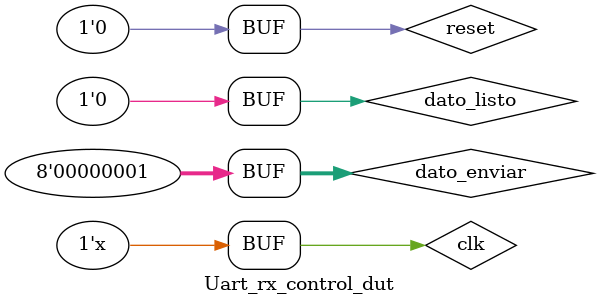
<source format=sv>
`timescale 1ns / 1ps


module Uart_rx_control_dut();

logic clk;
logic reset;
logic [7:0]dato_enviar;
logic dato_listo;
logic [15:0]op_1;
logic [15:0]op_2;
logic [1:0]alu_operacion;
logic [4:0]estado;
logic output_ready;



UART_RX_CTRL DUT_1 (.clock(clk),            
                    .reset(reset),            
                    .rx_data(dato_enviar),   
                    .rx_ready(dato_listo),       
                      .operando_1(op_1), 
                      .operando_2(op_2), 
                      .ALU_control(alu_operacion),
                      .guarda_bytes(estado),  
                      .salida_lista(output_ready)
                    );
                    
                    
always #5 clk = ~clk;

initial begin 
    clk = 0;
    reset =1;
    dato_listo = 0;
    #10
    reset= 0 ;
    #30
    dato_enviar = 7'd1;
    #10
    dato_listo = 1;
    #10
    dato_listo = 0;
    #10
    dato_enviar = 7'd0;
    #10
    dato_listo = 1;
    #10
    dato_listo = 0;
    #10
    dato_enviar = 7'd9;
    #10
    dato_listo = 1;
    #10
    dato_listo = 0;
    #10
    dato_enviar = 7'd2;
    #10
    dato_listo = 1;
    #10
    dato_listo = 0;
    #10
    dato_enviar = 7'd1;
    #10
    dato_listo = 1;
    #10
    dato_listo = 0;
   
end
endmodule

</source>
